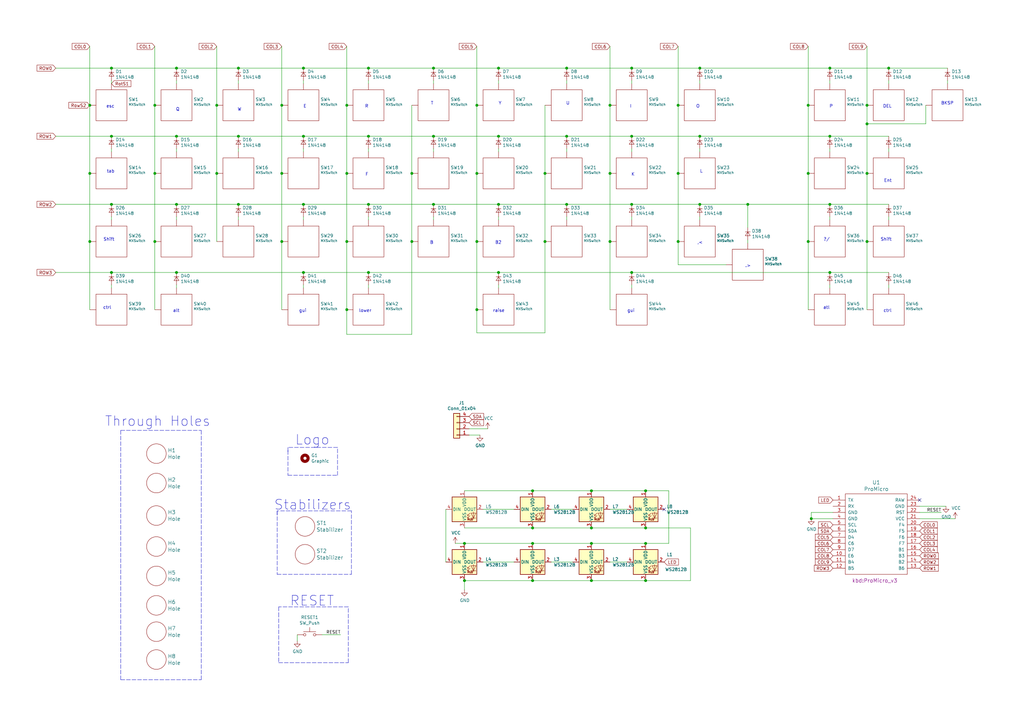
<source format=kicad_sch>
(kicad_sch (version 20210126) (generator eeschema)
  (paper "A3")
  (junction (at 36.83 43.18) (diameter 1.016))
  (junction (at 36.83 71.12) (diameter 1.016))
  (junction (at 36.83 99.06) (diameter 1.016))
  (junction (at 45.72 27.94) (diameter 1.016))
  (junction (at 45.72 55.88) (diameter 1.016))
  (junction (at 45.72 83.82) (diameter 1.016))
  (junction (at 45.72 111.76) (diameter 1.016))
  (junction (at 63.5 43.18) (diameter 1.016))
  (junction (at 63.5 71.12) (diameter 1.016))
  (junction (at 63.5 99.06) (diameter 1.016))
  (junction (at 72.39 27.94) (diameter 1.016))
  (junction (at 72.39 55.88) (diameter 1.016))
  (junction (at 72.39 83.82) (diameter 1.016))
  (junction (at 72.39 111.76) (diameter 1.016))
  (junction (at 88.9 43.18) (diameter 1.016))
  (junction (at 88.9 71.12) (diameter 1.016))
  (junction (at 97.79 27.94) (diameter 1.016))
  (junction (at 97.79 55.88) (diameter 1.016))
  (junction (at 97.79 83.82) (diameter 1.016))
  (junction (at 115.57 43.18) (diameter 1.016))
  (junction (at 115.57 71.12) (diameter 1.016))
  (junction (at 115.57 99.06) (diameter 1.016))
  (junction (at 124.46 27.94) (diameter 1.016))
  (junction (at 124.46 55.88) (diameter 1.016))
  (junction (at 124.46 83.82) (diameter 1.016))
  (junction (at 124.46 111.76) (diameter 1.016))
  (junction (at 142.24 43.18) (diameter 1.016))
  (junction (at 142.24 71.12) (diameter 1.016))
  (junction (at 142.24 99.06) (diameter 1.016))
  (junction (at 142.24 127) (diameter 1.016))
  (junction (at 151.13 27.94) (diameter 1.016))
  (junction (at 151.13 55.88) (diameter 1.016))
  (junction (at 151.13 83.82) (diameter 1.016))
  (junction (at 151.13 111.76) (diameter 1.016))
  (junction (at 168.91 71.12) (diameter 1.016))
  (junction (at 168.91 99.06) (diameter 1.016))
  (junction (at 177.8 27.94) (diameter 1.016))
  (junction (at 177.8 55.88) (diameter 1.016))
  (junction (at 177.8 83.82) (diameter 1.016))
  (junction (at 190.5 222.885) (diameter 1.016))
  (junction (at 190.5 238.125) (diameter 1.016))
  (junction (at 195.58 43.18) (diameter 1.016))
  (junction (at 195.58 71.12) (diameter 1.016))
  (junction (at 195.58 99.06) (diameter 1.016))
  (junction (at 195.58 127) (diameter 1.016))
  (junction (at 204.47 27.94) (diameter 1.016))
  (junction (at 204.47 55.88) (diameter 1.016))
  (junction (at 204.47 83.82) (diameter 1.016))
  (junction (at 204.47 111.76) (diameter 1.016))
  (junction (at 218.44 201.295) (diameter 1.016))
  (junction (at 218.44 216.535) (diameter 1.016))
  (junction (at 218.44 222.885) (diameter 1.016))
  (junction (at 218.44 238.125) (diameter 1.016))
  (junction (at 223.52 71.12) (diameter 1.016))
  (junction (at 223.52 99.06) (diameter 1.016))
  (junction (at 232.41 27.94) (diameter 1.016))
  (junction (at 232.41 55.88) (diameter 1.016))
  (junction (at 232.41 83.82) (diameter 1.016))
  (junction (at 242.57 201.295) (diameter 1.016))
  (junction (at 242.57 216.535) (diameter 1.016))
  (junction (at 242.57 222.885) (diameter 1.016))
  (junction (at 242.57 238.125) (diameter 1.016))
  (junction (at 250.19 43.18) (diameter 1.016))
  (junction (at 250.19 71.12) (diameter 1.016))
  (junction (at 250.19 99.06) (diameter 1.016))
  (junction (at 259.08 27.94) (diameter 1.016))
  (junction (at 259.08 55.88) (diameter 1.016))
  (junction (at 259.08 83.82) (diameter 1.016))
  (junction (at 259.08 111.76) (diameter 1.016))
  (junction (at 264.795 201.295) (diameter 1.016))
  (junction (at 264.795 216.535) (diameter 1.016))
  (junction (at 264.795 222.885) (diameter 1.016))
  (junction (at 264.795 238.125) (diameter 1.016))
  (junction (at 278.13 43.18) (diameter 1.016))
  (junction (at 278.13 71.12) (diameter 1.016))
  (junction (at 278.13 99.06) (diameter 1.016))
  (junction (at 287.02 27.94) (diameter 1.016))
  (junction (at 287.02 55.88) (diameter 1.016))
  (junction (at 287.02 83.82) (diameter 1.016))
  (junction (at 306.705 83.82) (diameter 1.016))
  (junction (at 331.47 43.18) (diameter 1.016))
  (junction (at 331.47 71.12) (diameter 1.016))
  (junction (at 331.47 99.06) (diameter 1.016))
  (junction (at 332.74 212.725) (diameter 1.016))
  (junction (at 340.36 27.94) (diameter 1.016))
  (junction (at 340.36 55.88) (diameter 1.016))
  (junction (at 340.36 83.82) (diameter 1.016))
  (junction (at 340.36 111.76) (diameter 1.016))
  (junction (at 355.6 43.18) (diameter 1.016))
  (junction (at 355.6 50.8) (diameter 1.016))
  (junction (at 355.6 71.12) (diameter 1.016))
  (junction (at 355.6 99.06) (diameter 1.016))
  (junction (at 364.49 27.94) (diameter 1.016))
  (no_connect (at 272.415 208.915))
  (no_connect (at 377.19 205.105))
  (wire (pts (xy 22.86 27.94) (xy 45.72 27.94)))
  (wire (pts (xy 22.86 55.88) (xy 45.72 55.88)))
  (wire (pts (xy 22.86 83.82) (xy 45.72 83.82)))
  (wire (pts (xy 22.86 111.76) (xy 45.72 111.76)))
  (wire (pts (xy 36.83 19.05) (xy 36.83 43.18)))
  (wire (pts (xy 36.83 43.18) (xy 36.83 71.12)))
  (wire (pts (xy 36.83 71.12) (xy 36.83 99.06)))
  (wire (pts (xy 36.83 99.06) (xy 36.83 127)))
  (wire (pts (xy 45.72 27.94) (xy 72.39 27.94)))
  (wire (pts (xy 45.72 33.02) (xy 45.72 34.29)))
  (wire (pts (xy 45.72 55.88) (xy 72.39 55.88)))
  (wire (pts (xy 45.72 60.96) (xy 45.72 62.23)))
  (wire (pts (xy 45.72 83.82) (xy 72.39 83.82)))
  (wire (pts (xy 45.72 88.9) (xy 45.72 90.17)))
  (wire (pts (xy 45.72 111.76) (xy 72.39 111.76)))
  (wire (pts (xy 45.72 116.84) (xy 45.72 118.11)))
  (wire (pts (xy 63.5 19.05) (xy 63.5 43.18)))
  (wire (pts (xy 63.5 43.18) (xy 63.5 71.12)))
  (wire (pts (xy 63.5 71.12) (xy 63.5 99.06)))
  (wire (pts (xy 63.5 99.06) (xy 63.5 127)))
  (wire (pts (xy 72.39 27.94) (xy 97.79 27.94)))
  (wire (pts (xy 72.39 33.02) (xy 72.39 34.29)))
  (wire (pts (xy 72.39 55.88) (xy 97.79 55.88)))
  (wire (pts (xy 72.39 60.96) (xy 72.39 62.23)))
  (wire (pts (xy 72.39 83.82) (xy 97.79 83.82)))
  (wire (pts (xy 72.39 88.9) (xy 72.39 90.17)))
  (wire (pts (xy 72.39 111.76) (xy 124.46 111.76)))
  (wire (pts (xy 72.39 116.84) (xy 72.39 118.11)))
  (wire (pts (xy 88.9 19.05) (xy 88.9 43.18)))
  (wire (pts (xy 88.9 43.18) (xy 88.9 71.12)))
  (wire (pts (xy 88.9 71.12) (xy 88.9 99.06)))
  (wire (pts (xy 97.79 27.94) (xy 124.46 27.94)))
  (wire (pts (xy 97.79 33.02) (xy 97.79 34.29)))
  (wire (pts (xy 97.79 55.88) (xy 124.46 55.88)))
  (wire (pts (xy 97.79 60.96) (xy 97.79 62.23)))
  (wire (pts (xy 97.79 83.82) (xy 124.46 83.82)))
  (wire (pts (xy 97.79 88.9) (xy 97.79 90.17)))
  (wire (pts (xy 115.57 19.05) (xy 115.57 43.18)))
  (wire (pts (xy 115.57 43.18) (xy 115.57 71.12)))
  (wire (pts (xy 115.57 71.12) (xy 115.57 99.06)))
  (wire (pts (xy 115.57 99.06) (xy 115.57 127)))
  (wire (pts (xy 121.92 260.35) (xy 121.92 262.89)))
  (wire (pts (xy 124.46 27.94) (xy 151.13 27.94)))
  (wire (pts (xy 124.46 33.02) (xy 124.46 34.29)))
  (wire (pts (xy 124.46 55.88) (xy 151.13 55.88)))
  (wire (pts (xy 124.46 60.96) (xy 124.46 62.23)))
  (wire (pts (xy 124.46 83.82) (xy 151.13 83.82)))
  (wire (pts (xy 124.46 88.9) (xy 124.46 90.17)))
  (wire (pts (xy 124.46 111.76) (xy 151.13 111.76)))
  (wire (pts (xy 124.46 116.84) (xy 124.46 118.11)))
  (wire (pts (xy 132.08 260.35) (xy 139.7 260.35)))
  (wire (pts (xy 142.24 19.05) (xy 142.24 43.18)))
  (wire (pts (xy 142.24 43.18) (xy 142.24 71.12)))
  (wire (pts (xy 142.24 71.12) (xy 142.24 99.06)))
  (wire (pts (xy 142.24 99.06) (xy 142.24 127)))
  (wire (pts (xy 142.24 137.16) (xy 142.24 127)))
  (wire (pts (xy 151.13 27.94) (xy 177.8 27.94)))
  (wire (pts (xy 151.13 33.02) (xy 151.13 34.29)))
  (wire (pts (xy 151.13 55.88) (xy 177.8 55.88)))
  (wire (pts (xy 151.13 60.96) (xy 151.13 62.23)))
  (wire (pts (xy 151.13 83.82) (xy 177.8 83.82)))
  (wire (pts (xy 151.13 88.9) (xy 151.13 90.17)))
  (wire (pts (xy 151.13 111.76) (xy 204.47 111.76)))
  (wire (pts (xy 151.13 116.84) (xy 151.13 118.11)))
  (wire (pts (xy 168.91 43.18) (xy 168.91 71.12)))
  (wire (pts (xy 168.91 71.12) (xy 168.91 99.06)))
  (wire (pts (xy 168.91 99.06) (xy 168.91 137.16)))
  (wire (pts (xy 168.91 137.16) (xy 142.24 137.16)))
  (wire (pts (xy 177.8 27.94) (xy 204.47 27.94)))
  (wire (pts (xy 177.8 33.02) (xy 177.8 34.29)))
  (wire (pts (xy 177.8 55.88) (xy 204.47 55.88)))
  (wire (pts (xy 177.8 60.96) (xy 177.8 62.23)))
  (wire (pts (xy 177.8 83.82) (xy 204.47 83.82)))
  (wire (pts (xy 177.8 88.9) (xy 177.8 90.17)))
  (wire (pts (xy 182.88 208.915) (xy 182.88 230.505)))
  (wire (pts (xy 186.69 222.885) (xy 190.5 222.885)))
  (wire (pts (xy 190.5 201.295) (xy 218.44 201.295)))
  (wire (pts (xy 190.5 216.535) (xy 218.44 216.535)))
  (wire (pts (xy 190.5 238.125) (xy 218.44 238.125)))
  (wire (pts (xy 190.5 241.935) (xy 190.5 238.125)))
  (wire (pts (xy 192.405 175.895) (xy 200.025 175.895)))
  (wire (pts (xy 192.405 178.435) (xy 196.85 178.435)))
  (wire (pts (xy 195.58 43.18) (xy 195.58 19.05)))
  (wire (pts (xy 195.58 43.18) (xy 195.58 71.12)))
  (wire (pts (xy 195.58 71.12) (xy 195.58 99.06)))
  (wire (pts (xy 195.58 99.06) (xy 195.58 127)))
  (wire (pts (xy 195.58 136.525) (xy 195.58 127)))
  (wire (pts (xy 198.12 208.915) (xy 210.82 208.915)))
  (wire (pts (xy 198.12 230.505) (xy 210.82 230.505)))
  (wire (pts (xy 204.47 27.94) (xy 232.41 27.94)))
  (wire (pts (xy 204.47 33.02) (xy 204.47 34.29)))
  (wire (pts (xy 204.47 55.88) (xy 232.41 55.88)))
  (wire (pts (xy 204.47 60.96) (xy 204.47 62.23)))
  (wire (pts (xy 204.47 83.82) (xy 232.41 83.82)))
  (wire (pts (xy 204.47 88.9) (xy 204.47 90.17)))
  (wire (pts (xy 204.47 111.76) (xy 259.08 111.76)))
  (wire (pts (xy 204.47 116.84) (xy 204.47 118.11)))
  (wire (pts (xy 218.44 201.295) (xy 242.57 201.295)))
  (wire (pts (xy 218.44 216.535) (xy 242.57 216.535)))
  (wire (pts (xy 218.44 222.885) (xy 190.5 222.885)))
  (wire (pts (xy 223.52 43.18) (xy 223.52 71.12)))
  (wire (pts (xy 223.52 71.12) (xy 223.52 99.06)))
  (wire (pts (xy 223.52 99.06) (xy 223.52 136.525)))
  (wire (pts (xy 223.52 136.525) (xy 195.58 136.525)))
  (wire (pts (xy 226.06 208.915) (xy 234.95 208.915)))
  (wire (pts (xy 226.06 230.505) (xy 234.95 230.505)))
  (wire (pts (xy 232.41 27.94) (xy 259.08 27.94)))
  (wire (pts (xy 232.41 33.02) (xy 232.41 34.29)))
  (wire (pts (xy 232.41 55.88) (xy 259.08 55.88)))
  (wire (pts (xy 232.41 60.96) (xy 232.41 62.23)))
  (wire (pts (xy 232.41 83.82) (xy 259.08 83.82)))
  (wire (pts (xy 232.41 88.9) (xy 232.41 90.17)))
  (wire (pts (xy 242.57 201.295) (xy 264.795 201.295)))
  (wire (pts (xy 242.57 216.535) (xy 264.795 216.535)))
  (wire (pts (xy 242.57 222.885) (xy 218.44 222.885)))
  (wire (pts (xy 242.57 238.125) (xy 218.44 238.125)))
  (wire (pts (xy 250.19 19.05) (xy 250.19 43.18)))
  (wire (pts (xy 250.19 43.18) (xy 250.19 71.12)))
  (wire (pts (xy 250.19 71.12) (xy 250.19 99.06)))
  (wire (pts (xy 250.19 99.06) (xy 250.19 127)))
  (wire (pts (xy 250.19 208.915) (xy 257.175 208.915)))
  (wire (pts (xy 250.19 230.505) (xy 257.175 230.505)))
  (wire (pts (xy 259.08 27.94) (xy 287.02 27.94)))
  (wire (pts (xy 259.08 33.02) (xy 259.08 34.29)))
  (wire (pts (xy 259.08 55.88) (xy 287.02 55.88)))
  (wire (pts (xy 259.08 60.96) (xy 259.08 62.23)))
  (wire (pts (xy 259.08 83.82) (xy 287.02 83.82)))
  (wire (pts (xy 259.08 88.9) (xy 259.08 90.17)))
  (wire (pts (xy 259.08 111.76) (xy 340.36 111.76)))
  (wire (pts (xy 259.08 116.84) (xy 259.08 118.11)))
  (wire (pts (xy 264.795 201.295) (xy 274.32 201.295)))
  (wire (pts (xy 264.795 216.535) (xy 283.21 216.535)))
  (wire (pts (xy 264.795 222.885) (xy 242.57 222.885)))
  (wire (pts (xy 264.795 238.125) (xy 242.57 238.125)))
  (wire (pts (xy 274.32 201.295) (xy 274.32 222.885)))
  (wire (pts (xy 274.32 222.885) (xy 264.795 222.885)))
  (wire (pts (xy 278.13 19.05) (xy 278.13 43.18)))
  (wire (pts (xy 278.13 43.18) (xy 278.13 71.12)))
  (wire (pts (xy 278.13 71.12) (xy 278.13 99.06)))
  (wire (pts (xy 278.13 99.06) (xy 278.13 108.585)))
  (wire (pts (xy 278.13 108.585) (xy 297.815 108.585)))
  (wire (pts (xy 283.21 216.535) (xy 283.21 238.125)))
  (wire (pts (xy 283.21 238.125) (xy 264.795 238.125)))
  (wire (pts (xy 287.02 27.94) (xy 340.36 27.94)))
  (wire (pts (xy 287.02 33.02) (xy 287.02 34.29)))
  (wire (pts (xy 287.02 55.88) (xy 340.36 55.88)))
  (wire (pts (xy 287.02 60.96) (xy 287.02 62.23)))
  (wire (pts (xy 287.02 83.82) (xy 306.705 83.82)))
  (wire (pts (xy 287.02 88.9) (xy 287.02 90.17)))
  (wire (pts (xy 306.705 83.82) (xy 306.705 93.345)))
  (wire (pts (xy 306.705 83.82) (xy 340.36 83.82)))
  (wire (pts (xy 306.705 98.425) (xy 306.705 99.695)))
  (wire (pts (xy 331.47 19.05) (xy 331.47 43.18)))
  (wire (pts (xy 331.47 43.18) (xy 331.47 71.12)))
  (wire (pts (xy 331.47 71.12) (xy 331.47 99.06)))
  (wire (pts (xy 331.47 99.06) (xy 331.47 127)))
  (wire (pts (xy 332.74 210.185) (xy 332.74 212.725)))
  (wire (pts (xy 332.74 212.725) (xy 341.63 212.725)))
  (wire (pts (xy 340.36 27.94) (xy 364.49 27.94)))
  (wire (pts (xy 340.36 33.02) (xy 340.36 34.29)))
  (wire (pts (xy 340.36 55.88) (xy 364.49 55.88)))
  (wire (pts (xy 340.36 60.96) (xy 340.36 62.23)))
  (wire (pts (xy 340.36 83.82) (xy 364.49 83.82)))
  (wire (pts (xy 340.36 88.9) (xy 340.36 90.17)))
  (wire (pts (xy 340.36 111.76) (xy 364.49 111.76)))
  (wire (pts (xy 340.36 116.84) (xy 340.36 118.11)))
  (wire (pts (xy 341.63 210.185) (xy 332.74 210.185)))
  (wire (pts (xy 355.6 19.05) (xy 355.6 43.18)))
  (wire (pts (xy 355.6 43.18) (xy 355.6 50.8)))
  (wire (pts (xy 355.6 50.8) (xy 355.6 71.12)))
  (wire (pts (xy 355.6 71.12) (xy 355.6 99.06)))
  (wire (pts (xy 355.6 99.06) (xy 355.6 127)))
  (wire (pts (xy 364.49 27.94) (xy 388.62 27.94)))
  (wire (pts (xy 364.49 33.02) (xy 364.49 34.29)))
  (wire (pts (xy 364.49 60.96) (xy 364.49 62.23)))
  (wire (pts (xy 364.49 88.9) (xy 364.49 90.17)))
  (wire (pts (xy 364.49 116.84) (xy 364.49 118.11)))
  (wire (pts (xy 377.19 207.645) (xy 387.985 207.645)))
  (wire (pts (xy 377.19 210.185) (xy 386.08 210.185)))
  (wire (pts (xy 377.19 212.725) (xy 391.795 212.725)))
  (wire (pts (xy 379.73 43.18) (xy 379.73 50.8)))
  (wire (pts (xy 379.73 50.8) (xy 355.6 50.8)))
  (wire (pts (xy 388.62 33.02) (xy 388.62 34.29)))
  (polyline (pts (xy 49.53 176.53) (xy 49.53 278.765)) (stroke (width 0) (type dash)))
  (polyline (pts (xy 49.53 176.53) (xy 82.55 176.53)) (stroke (width 0) (type dash)))
  (polyline (pts (xy 49.53 278.765) (xy 82.55 278.765)) (stroke (width 0) (type dash)))
  (polyline (pts (xy 82.55 278.765) (xy 82.55 176.53)) (stroke (width 0) (type dash)))
  (polyline (pts (xy 113.665 209.55) (xy 113.665 211.455)) (stroke (width 0) (type dash)))
  (polyline (pts (xy 113.665 209.55) (xy 113.665 235.585)) (stroke (width 0) (type dash)))
  (polyline (pts (xy 113.665 235.585) (xy 144.145 235.585)) (stroke (width 0) (type dash)))
  (polyline (pts (xy 114.3 248.92) (xy 114.3 251.46)) (stroke (width 0) (type dash)))
  (polyline (pts (xy 114.3 251.46) (xy 114.3 271.78)) (stroke (width 0) (type dash)))
  (polyline (pts (xy 114.3 271.78) (xy 142.875 271.78)) (stroke (width 0) (type dash)))
  (polyline (pts (xy 118.11 183.515) (xy 118.11 185.42)) (stroke (width 0) (type dash)))
  (polyline (pts (xy 118.11 184.785) (xy 118.11 194.945)) (stroke (width 0) (type dash)))
  (polyline (pts (xy 118.11 194.945) (xy 138.43 194.945)) (stroke (width 0) (type dash)))
  (polyline (pts (xy 138.43 183.515) (xy 118.11 183.515)) (stroke (width 0) (type dash)))
  (polyline (pts (xy 138.43 194.945) (xy 138.43 183.515)) (stroke (width 0) (type dash)))
  (polyline (pts (xy 142.875 248.92) (xy 114.3 248.92)) (stroke (width 0) (type dash)))
  (polyline (pts (xy 142.875 271.78) (xy 142.875 248.92)) (stroke (width 0) (type dash)))
  (polyline (pts (xy 144.145 209.55) (xy 113.665 209.55)) (stroke (width 0) (type dash)))
  (polyline (pts (xy 144.145 235.585) (xy 144.145 209.55)) (stroke (width 0) (type dash)))
  (text "ctrl" (at 45.72 127 180) (effects (font (size 1.27 1.27)) (justify right bottom)))
  (text "esc\n" (at 46.99 44.45 180) (effects (font (size 1.27 1.27)) (justify right bottom)))
  (text "tab\n" (at 46.99 71.12 180) (effects (font (size 1.27 1.27)) (justify right bottom)))
  (text "Shift" (at 46.99 99.06 180) (effects (font (size 1.27 1.27)) (justify right bottom)))
  (text "Q\n" (at 73.66 45.72 180) (effects (font (size 1.27 1.27)) (justify right bottom)))
  (text "alt" (at 73.66 128.27 180) (effects (font (size 1.27 1.27)) (justify right bottom)))
  (text "Through Holes" (at 86.36 175.26 180) (effects (font (size 4 4)) (justify right bottom)))
  (text "W" (at 99.06 45.72 180) (effects (font (size 1.27 1.27)) (justify right bottom)))
  (text "E" (at 125.73 44.45 180) (effects (font (size 1.27 1.27)) (justify right bottom)))
  (text "gui" (at 125.73 128.27 180) (effects (font (size 1.27 1.27)) (justify right bottom)))
  (text "Logo" (at 135.255 182.88 180) (effects (font (size 4 4)) (justify right bottom)))
  (text "RESET\n" (at 137.16 248.92 180) (effects (font (size 4 4)) (justify right bottom)))
  (text "Stabilizers\n" (at 144.145 209.55 180) (effects (font (size 4 4)) (justify right bottom)))
  (text "R\n" (at 151.13 44.45 180) (effects (font (size 1.27 1.27)) (justify right bottom)))
  (text "F" (at 151.13 72.39 180) (effects (font (size 1.27 1.27)) (justify right bottom)))
  (text "lower" (at 152.4 128.27 180) (effects (font (size 1.27 1.27)) (justify right bottom)))
  (text "T" (at 177.8 43.18 180) (effects (font (size 1.27 1.27)) (justify right bottom)))
  (text "B" (at 177.8 100.33 180) (effects (font (size 1.27 1.27)) (justify right bottom)))
  (text "Y\n" (at 205.74 43.18 180) (effects (font (size 1.27 1.27)) (justify right bottom)))
  (text "B2" (at 205.74 100.33 180) (effects (font (size 1.27 1.27)) (justify right bottom)))
  (text "raise" (at 207.01 128.27 180) (effects (font (size 1.27 1.27)) (justify right bottom)))
  (text "U" (at 233.68 43.18 180) (effects (font (size 1.27 1.27)) (justify right bottom)))
  (text "I" (at 259.08 44.45 180) (effects (font (size 1.27 1.27)) (justify right bottom)))
  (text "K" (at 260.35 72.39 180) (effects (font (size 1.27 1.27)) (justify right bottom)))
  (text "gui" (at 260.35 128.27 180) (effects (font (size 1.27 1.27)) (justify right bottom)))
  (text "O" (at 287.02 44.45 180) (effects (font (size 1.27 1.27)) (justify right bottom)))
  (text "L" (at 288.29 71.12 180) (effects (font (size 1.27 1.27)) (justify right bottom)))
  (text ",<" (at 288.29 100.33 180) (effects (font (size 1.27 1.27)) (justify right bottom)))
  (text ".>" (at 307.975 109.855 180) (effects (font (size 1.27 1.27)) (justify right bottom)))
  (text "?/" (at 340.36 99.06 180) (effects (font (size 1.27 1.27)) (justify right bottom)))
  (text "atl" (at 340.36 127 180) (effects (font (size 1.27 1.27)) (justify right bottom)))
  (text "P" (at 341.63 44.45 180) (effects (font (size 1.27 1.27)) (justify right bottom)))
  (text "DEL" (at 365.76 44.45 180) (effects (font (size 1.27 1.27)) (justify right bottom)))
  (text "Ent" (at 365.76 74.93 180) (effects (font (size 1.27 1.27)) (justify right bottom)))
  (text "Shift\n" (at 365.76 99.06 180) (effects (font (size 1.27 1.27)) (justify right bottom)))
  (text "ctrl" (at 365.76 128.27 180) (effects (font (size 1.27 1.27)) (justify right bottom)))
  (text "BKSP\n" (at 391.16 43.18 180) (effects (font (size 1.27 1.27)) (justify right bottom)))
  (label "RESET" (at 139.7 260.35 180))
  (label "RESET" (at 386.08 210.185 180))
  (global_label "ROW0" (shape input) (at 22.86 27.94 180) (property "Intersheet References" "${INTERSHEET_REFS}" (effects hide)))
  (global_label "ROW1" (shape input) (at 22.86 55.88 180) (property "Intersheet References" "${INTERSHEET_REFS}" (effects hide)))
  (global_label "ROW2" (shape input) (at 22.86 83.82 180) (property "Intersheet References" "${INTERSHEET_REFS}" (effects hide)))
  (global_label "ROW3" (shape input) (at 22.86 111.76 180) (property "Intersheet References" "${INTERSHEET_REFS}" (effects hide)))
  (global_label "COL0" (shape input) (at 36.83 19.05 180) (property "Intersheet References" "${INTERSHEET_REFS}" (effects hide)))
  (global_label "RowS2" (shape input) (at 36.83 43.18 180) (property "Intersheet References" "${INTERSHEET_REFS}" (effects hide)))
  (global_label "RotS1" (shape input) (at 45.72 34.29 0) (property "Intersheet References" "${INTERSHEET_REFS}" (effects hide)))
  (global_label "COL1" (shape input) (at 63.5 19.05 180) (property "Intersheet References" "${INTERSHEET_REFS}" (effects hide)))
  (global_label "COL2" (shape input) (at 88.9 19.05 180) (property "Intersheet References" "${INTERSHEET_REFS}" (effects hide)))
  (global_label "COL3" (shape input) (at 115.57 19.05 180) (property "Intersheet References" "${INTERSHEET_REFS}" (effects hide)))
  (global_label "COL4" (shape input) (at 142.24 19.05 180) (property "Intersheet References" "${INTERSHEET_REFS}" (effects hide)))
  (global_label "SDA" (shape input) (at 192.405 170.815 0) (property "Intersheet References" "${INTERSHEET_REFS}" (effects hide)))
  (global_label "SCL" (shape input) (at 192.405 173.355 0) (property "Intersheet References" "${INTERSHEET_REFS}" (effects hide)))
  (global_label "COL5" (shape input) (at 195.58 19.05 180) (property "Intersheet References" "${INTERSHEET_REFS}" (effects hide)))
  (global_label "COL6" (shape input) (at 250.19 19.05 180) (property "Intersheet References" "${INTERSHEET_REFS}" (effects hide)))
  (global_label "LED" (shape input) (at 272.415 230.505 0) (property "Intersheet References" "${INTERSHEET_REFS}" (effects hide)))
  (global_label "COL7" (shape input) (at 278.13 19.05 180) (property "Intersheet References" "${INTERSHEET_REFS}" (effects hide)))
  (global_label "COL8" (shape input) (at 331.47 19.05 180) (property "Intersheet References" "${INTERSHEET_REFS}" (effects hide)))
  (global_label "LED" (shape input) (at 341.63 205.105 180) (property "Intersheet References" "${INTERSHEET_REFS}" (effects hide)))
  (global_label "SCL" (shape input) (at 341.63 215.265 180) (property "Intersheet References" "${INTERSHEET_REFS}" (effects hide)))
  (global_label "SDA" (shape input) (at 341.63 217.805 180) (property "Intersheet References" "${INTERSHEET_REFS}" (effects hide)))
  (global_label "COL5" (shape input) (at 341.63 220.345 180) (property "Intersheet References" "${INTERSHEET_REFS}" (effects hide)))
  (global_label "COL6" (shape input) (at 341.63 222.885 180) (property "Intersheet References" "${INTERSHEET_REFS}" (effects hide)))
  (global_label "COL7" (shape input) (at 341.63 225.425 180) (property "Intersheet References" "${INTERSHEET_REFS}" (effects hide)))
  (global_label "COL8" (shape input) (at 341.63 227.965 180) (property "Intersheet References" "${INTERSHEET_REFS}" (effects hide)))
  (global_label "COL9" (shape input) (at 341.63 230.505 180) (property "Intersheet References" "${INTERSHEET_REFS}" (effects hide)))
  (global_label "ROW3" (shape input) (at 341.63 233.045 180) (property "Intersheet References" "${INTERSHEET_REFS}" (effects hide)))
  (global_label "COL9" (shape input) (at 355.6 19.05 180) (property "Intersheet References" "${INTERSHEET_REFS}" (effects hide)))
  (global_label "COL0" (shape input) (at 377.19 215.265 0) (property "Intersheet References" "${INTERSHEET_REFS}" (effects hide)))
  (global_label "COL1" (shape input) (at 377.19 217.805 0) (property "Intersheet References" "${INTERSHEET_REFS}" (effects hide)))
  (global_label "COL2" (shape input) (at 377.19 220.345 0) (property "Intersheet References" "${INTERSHEET_REFS}" (effects hide)))
  (global_label "COL3" (shape input) (at 377.19 222.885 0) (property "Intersheet References" "${INTERSHEET_REFS}" (effects hide)))
  (global_label "COL4" (shape input) (at 377.19 225.425 0) (property "Intersheet References" "${INTERSHEET_REFS}" (effects hide)))
  (global_label "ROW0" (shape input) (at 377.19 227.965 0) (property "Intersheet References" "${INTERSHEET_REFS}" (effects hide)))
  (global_label "ROW2" (shape input) (at 377.19 230.505 0) (property "Intersheet References" "${INTERSHEET_REFS}" (effects hide)))
  (global_label "ROW1" (shape input) (at 377.19 233.045 0) (property "Intersheet References" "${INTERSHEET_REFS}" (effects hide)))
  (symbol (lib_id "power:VCC") (at 186.69 222.885 0) (unit 1)
    (property "Reference" "#PWR0104" (effects hide))
    (property "Value" "VCC" (at 187.0583 218.5606 0))
  )
  (symbol (lib_id "power:VCC") (at 200.025 175.895 0) (unit 1)
    (property "Reference" "#PWR0106" (effects hide))
    (property "Value" "VCC" (at 200.3933 171.5706 0))
  )
  (symbol (lib_id "power:VCC") (at 391.795 212.725 0) (unit 1)
    (property "Reference" "#PWR0108" (effects hide))
    (property "Value" "VCC" (at 392.1633 208.4006 0))
  )
  (symbol (lib_id "power:GND") (at 121.92 262.89 0) (unit 1)
    (property "Reference" "#PWR0102" (effects hide))
    (property "Value" "GND" (at 122.0343 267.2144 0))
  )
  (symbol (lib_id "power:GND") (at 190.5 241.935 0) (unit 1)
    (property "Reference" "#PWR0105" (effects hide))
    (property "Value" "GND" (at 190.6143 246.2594 0))
  )
  (symbol (lib_id "power:GND") (at 196.85 178.435 0) (unit 1)
    (property "Reference" "#PWR0107" (effects hide))
    (property "Value" "GND" (at 196.9643 182.7594 0))
  )
  (symbol (lib_id "power:GND") (at 332.74 212.725 0) (unit 1)
    (property "Reference" "#PWR0101" (effects hide))
    (property "Value" "GND" (at 332.8543 217.0494 0))
  )
  (symbol (lib_id "power:GND") (at 387.985 207.645 0) (unit 1)
    (property "Reference" "#PWR0103" (effects hide))
    (property "Value" "GND" (at 388.0993 211.9694 0))
  )
  (symbol (lib_id "Device:D_Small") (at 45.72 30.48 270) (unit 1)
    (property "Reference" "D1" (at 47.3711 29.3306 90) (effects (justify left)))
    (property "Value" "1N4148" (at 47.3711 31.6293 90) (effects (justify left)))
    (property "Footprint" "Diode_SMD:D_SOD-123F" (effects hide))
  )
  (symbol (lib_id "Device:D_Small") (at 45.72 58.42 270) (unit 1)
    (property "Reference" "D14" (at 47.3711 57.2706 90) (effects (justify left)))
    (property "Value" "1N4148" (at 47.3711 59.5693 90) (effects (justify left)))
    (property "Footprint" "Diode_SMD:D_SOD-123F" (effects hide))
  )
  (symbol (lib_id "Device:D_Small") (at 45.72 86.36 270) (unit 1)
    (property "Reference" "D26" (at 47.3711 85.2106 90) (effects (justify left)))
    (property "Value" "1N4148" (at 47.3711 87.5093 90) (effects (justify left)))
    (property "Footprint" "Diode_SMD:D_SOD-123F" (effects hide))
  )
  (symbol (lib_id "Device:D_Small") (at 45.72 114.3 270) (unit 1)
    (property "Reference" "D39" (at 47.3711 113.1506 90) (effects (justify left)))
    (property "Value" "1N4148" (at 47.3711 115.4493 90) (effects (justify left)))
    (property "Footprint" "Diode_SMD:D_SOD-123F" (effects hide))
  )
  (symbol (lib_id "Device:D_Small") (at 72.39 30.48 270) (unit 1)
    (property "Reference" "D2" (at 74.0411 29.3306 90) (effects (justify left)))
    (property "Value" "1N4148" (at 74.0411 31.6293 90) (effects (justify left)))
    (property "Footprint" "Diode_SMD:D_SOD-123F" (effects hide))
  )
  (symbol (lib_id "Device:D_Small") (at 72.39 58.42 270) (unit 1)
    (property "Reference" "D15" (at 74.0411 57.2706 90) (effects (justify left)))
    (property "Value" "1N4148" (at 74.0411 59.5693 90) (effects (justify left)))
    (property "Footprint" "Diode_SMD:D_SOD-123F" (effects hide))
  )
  (symbol (lib_id "Device:D_Small") (at 72.39 86.36 270) (unit 1)
    (property "Reference" "D27" (at 74.0411 85.2106 90) (effects (justify left)))
    (property "Value" "1N4148" (at 74.0411 87.5093 90) (effects (justify left)))
    (property "Footprint" "Diode_SMD:D_SOD-123F" (effects hide))
  )
  (symbol (lib_id "Device:D_Small") (at 72.39 114.3 270) (unit 1)
    (property "Reference" "D40" (at 74.0411 113.1506 90) (effects (justify left)))
    (property "Value" "1N4148" (at 74.0411 115.4493 90) (effects (justify left)))
    (property "Footprint" "Diode_SMD:D_SOD-123F" (effects hide))
  )
  (symbol (lib_id "Device:D_Small") (at 97.79 30.48 270) (unit 1)
    (property "Reference" "D3" (at 99.4411 29.3306 90) (effects (justify left)))
    (property "Value" "1N4148" (at 99.4411 31.6293 90) (effects (justify left)))
    (property "Footprint" "Diode_SMD:D_SOD-123F" (effects hide))
  )
  (symbol (lib_id "Device:D_Small") (at 97.79 58.42 270) (unit 1)
    (property "Reference" "D16" (at 99.4411 57.2706 90) (effects (justify left)))
    (property "Value" "1N4148" (at 99.4411 59.5693 90) (effects (justify left)))
    (property "Footprint" "Diode_SMD:D_SOD-123F" (effects hide))
  )
  (symbol (lib_id "Device:D_Small") (at 97.79 86.36 270) (unit 1)
    (property "Reference" "D28" (at 99.4411 85.2106 90) (effects (justify left)))
    (property "Value" "1N4148" (at 99.4411 87.5093 90) (effects (justify left)))
    (property "Footprint" "Diode_SMD:D_SOD-123F" (effects hide))
  )
  (symbol (lib_id "Device:D_Small") (at 124.46 30.48 270) (unit 1)
    (property "Reference" "D4" (at 126.1111 29.3306 90) (effects (justify left)))
    (property "Value" "1N4148" (at 126.1111 31.6293 90) (effects (justify left)))
    (property "Footprint" "Diode_SMD:D_SOD-123F" (effects hide))
  )
  (symbol (lib_id "Device:D_Small") (at 124.46 58.42 270) (unit 1)
    (property "Reference" "D17" (at 126.1111 57.2706 90) (effects (justify left)))
    (property "Value" "1N4148" (at 126.1111 59.5693 90) (effects (justify left)))
    (property "Footprint" "Diode_SMD:D_SOD-123F" (effects hide))
  )
  (symbol (lib_id "Device:D_Small") (at 124.46 86.36 270) (unit 1)
    (property "Reference" "D29" (at 126.1111 85.2106 90) (effects (justify left)))
    (property "Value" "1N4148" (at 126.1111 87.5093 90) (effects (justify left)))
    (property "Footprint" "Diode_SMD:D_SOD-123F" (effects hide))
  )
  (symbol (lib_id "Device:D_Small") (at 124.46 114.3 270) (unit 1)
    (property "Reference" "D41" (at 126.1111 113.1506 90) (effects (justify left)))
    (property "Value" "1N4148" (at 126.1111 115.4493 90) (effects (justify left)))
    (property "Footprint" "Diode_SMD:D_SOD-123F" (effects hide))
  )
  (symbol (lib_id "Device:D_Small") (at 151.13 30.48 270) (unit 1)
    (property "Reference" "D5" (at 152.7811 29.3306 90) (effects (justify left)))
    (property "Value" "1N4148" (at 152.7811 31.6293 90) (effects (justify left)))
    (property "Footprint" "Diode_SMD:D_SOD-123F" (effects hide))
  )
  (symbol (lib_id "Device:D_Small") (at 151.13 58.42 270) (unit 1)
    (property "Reference" "D18" (at 152.7811 57.2706 90) (effects (justify left)))
    (property "Value" "1N4148" (at 152.7811 59.5693 90) (effects (justify left)))
    (property "Footprint" "Diode_SMD:D_SOD-123F" (effects hide))
  )
  (symbol (lib_id "Device:D_Small") (at 151.13 86.36 270) (unit 1)
    (property "Reference" "D30" (at 152.7811 85.2106 90) (effects (justify left)))
    (property "Value" "1N4148" (at 152.7811 87.5093 90) (effects (justify left)))
    (property "Footprint" "Diode_SMD:D_SOD-123F" (effects hide))
  )
  (symbol (lib_id "Device:D_Small") (at 151.13 114.3 270) (unit 1)
    (property "Reference" "D42" (at 152.7811 113.1506 90) (effects (justify left)))
    (property "Value" "1N4148" (at 152.7811 115.4493 90) (effects (justify left)))
    (property "Footprint" "Diode_SMD:D_SOD-123F" (effects hide))
  )
  (symbol (lib_id "Device:D_Small") (at 177.8 30.48 270) (unit 1)
    (property "Reference" "D6" (at 179.4511 29.3306 90) (effects (justify left)))
    (property "Value" "1N4148" (at 179.4511 31.6293 90) (effects (justify left)))
    (property "Footprint" "Diode_SMD:D_SOD-123F" (effects hide))
  )
  (symbol (lib_id "Device:D_Small") (at 177.8 58.42 270) (unit 1)
    (property "Reference" "D19" (at 179.4511 57.2706 90) (effects (justify left)))
    (property "Value" "1N4148" (at 179.4511 59.5693 90) (effects (justify left)))
    (property "Footprint" "Diode_SMD:D_SOD-123F" (effects hide))
  )
  (symbol (lib_id "Device:D_Small") (at 177.8 86.36 270) (unit 1)
    (property "Reference" "D31" (at 179.4511 85.2106 90) (effects (justify left)))
    (property "Value" "1N4148" (at 179.4511 87.5093 90) (effects (justify left)))
    (property "Footprint" "Diode_SMD:D_SOD-123F" (effects hide))
  )
  (symbol (lib_id "Device:D_Small") (at 204.47 30.48 270) (unit 1)
    (property "Reference" "D7" (at 206.1211 29.3306 90) (effects (justify left)))
    (property "Value" "1N4148" (at 206.1211 31.6293 90) (effects (justify left)))
    (property "Footprint" "Diode_SMD:D_SOD-123F" (effects hide))
  )
  (symbol (lib_id "Device:D_Small") (at 204.47 58.42 270) (unit 1)
    (property "Reference" "D20" (at 206.1211 57.2706 90) (effects (justify left)))
    (property "Value" "1N4148" (at 206.1211 59.5693 90) (effects (justify left)))
    (property "Footprint" "Diode_SMD:D_SOD-123F" (effects hide))
  )
  (symbol (lib_id "Device:D_Small") (at 204.47 86.36 270) (unit 1)
    (property "Reference" "D32" (at 206.1211 85.2106 90) (effects (justify left)))
    (property "Value" "1N4148" (at 206.1211 87.5093 90) (effects (justify left)))
    (property "Footprint" "Diode_SMD:D_SOD-123F" (effects hide))
  )
  (symbol (lib_id "Device:D_Small") (at 204.47 114.3 270) (unit 1)
    (property "Reference" "D43" (at 206.1211 113.1506 90) (effects (justify left)))
    (property "Value" "1N4148" (at 206.1211 115.4493 90) (effects (justify left)))
    (property "Footprint" "Diode_SMD:D_SOD-123F" (effects hide))
  )
  (symbol (lib_id "Device:D_Small") (at 232.41 30.48 270) (unit 1)
    (property "Reference" "D8" (at 234.0611 29.3306 90) (effects (justify left)))
    (property "Value" "1N4148" (at 234.0611 31.6293 90) (effects (justify left)))
    (property "Footprint" "Diode_SMD:D_SOD-123F" (effects hide))
  )
  (symbol (lib_id "Device:D_Small") (at 232.41 58.42 270) (unit 1)
    (property "Reference" "D21" (at 234.0611 57.2706 90) (effects (justify left)))
    (property "Value" "1N4148" (at 234.0611 59.5693 90) (effects (justify left)))
    (property "Footprint" "Diode_SMD:D_SOD-123F" (effects hide))
  )
  (symbol (lib_id "Device:D_Small") (at 232.41 86.36 270) (unit 1)
    (property "Reference" "D33" (at 234.0611 85.2106 90) (effects (justify left)))
    (property "Value" "1N4148" (at 234.0611 87.5093 90) (effects (justify left)))
    (property "Footprint" "Diode_SMD:D_SOD-123F" (effects hide))
  )
  (symbol (lib_id "Device:D_Small") (at 259.08 30.48 270) (unit 1)
    (property "Reference" "D9" (at 260.7311 29.3306 90) (effects (justify left)))
    (property "Value" "1N4148" (at 260.7311 31.6293 90) (effects (justify left)))
    (property "Footprint" "Diode_SMD:D_SOD-123F" (effects hide))
  )
  (symbol (lib_id "Device:D_Small") (at 259.08 58.42 270) (unit 1)
    (property "Reference" "D22" (at 260.7311 57.2706 90) (effects (justify left)))
    (property "Value" "1N4148" (at 260.7311 59.5693 90) (effects (justify left)))
    (property "Footprint" "Diode_SMD:D_SOD-123F" (effects hide))
  )
  (symbol (lib_id "Device:D_Small") (at 259.08 86.36 270) (unit 1)
    (property "Reference" "D34" (at 260.7311 85.2106 90) (effects (justify left)))
    (property "Value" "1N4148" (at 260.7311 87.5093 90) (effects (justify left)))
    (property "Footprint" "Diode_SMD:D_SOD-123F" (effects hide))
  )
  (symbol (lib_id "Device:D_Small") (at 259.08 114.3 270) (unit 1)
    (property "Reference" "D44" (at 260.7311 113.1506 90) (effects (justify left)))
    (property "Value" "1N4148" (at 260.7311 115.4493 90) (effects (justify left)))
    (property "Footprint" "Diode_SMD:D_SOD-123F" (effects hide))
  )
  (symbol (lib_id "Device:D_Small") (at 287.02 30.48 270) (unit 1)
    (property "Reference" "D10" (at 288.6711 29.3306 90) (effects (justify left)))
    (property "Value" "1N4148" (at 288.6711 31.6293 90) (effects (justify left)))
    (property "Footprint" "Diode_SMD:D_SOD-123F" (effects hide))
  )
  (symbol (lib_id "Device:D_Small") (at 287.02 58.42 270) (unit 1)
    (property "Reference" "D23" (at 288.6711 57.2706 90) (effects (justify left)))
    (property "Value" "1N4148" (at 288.6711 59.5693 90) (effects (justify left)))
    (property "Footprint" "Diode_SMD:D_SOD-123F" (effects hide))
  )
  (symbol (lib_id "Device:D_Small") (at 287.02 86.36 270) (unit 1)
    (property "Reference" "D35" (at 288.6711 85.2106 90) (effects (justify left)))
    (property "Value" "1N4148" (at 288.6711 87.5093 90) (effects (justify left)))
    (property "Footprint" "Diode_SMD:D_SOD-123F" (effects hide))
  )
  (symbol (lib_id "Device:D_Small") (at 306.705 95.885 270) (unit 1)
    (property "Reference" "D38" (at 308.3561 94.7356 90) (effects (justify left)))
    (property "Value" "1N4148" (at 308.3561 97.0343 90) (effects (justify left)))
    (property "Footprint" "Diode_SMD:D_SOD-123F" (effects hide))
  )
  (symbol (lib_id "Device:D_Small") (at 340.36 30.48 270) (unit 1)
    (property "Reference" "D11" (at 342.0111 29.3306 90) (effects (justify left)))
    (property "Value" "1N4148" (at 342.0111 31.6293 90) (effects (justify left)))
    (property "Footprint" "Diode_SMD:D_SOD-123F" (effects hide))
  )
  (symbol (lib_id "Device:D_Small") (at 340.36 58.42 270) (unit 1)
    (property "Reference" "D24" (at 342.0111 57.2706 90) (effects (justify left)))
    (property "Value" "1N4148" (at 342.0111 59.5693 90) (effects (justify left)))
    (property "Footprint" "Diode_SMD:D_SOD-123F" (effects hide))
  )
  (symbol (lib_id "Device:D_Small") (at 340.36 86.36 270) (unit 1)
    (property "Reference" "D36" (at 342.0111 85.2106 90) (effects (justify left)))
    (property "Value" "1N4148" (at 342.0111 87.5093 90) (effects (justify left)))
    (property "Footprint" "Diode_SMD:D_SOD-123F" (effects hide))
  )
  (symbol (lib_id "Device:D_Small") (at 340.36 114.3 270) (unit 1)
    (property "Reference" "D45" (at 342.0111 113.1506 90) (effects (justify left)))
    (property "Value" "1N4148" (at 342.0111 115.4493 90) (effects (justify left)))
    (property "Footprint" "Diode_SMD:D_SOD-123F" (effects hide))
  )
  (symbol (lib_id "Device:D_Small") (at 364.49 30.48 270) (unit 1)
    (property "Reference" "D12" (at 366.1411 29.3306 90) (effects (justify left)))
    (property "Value" "1N4148" (at 366.1411 31.6293 90) (effects (justify left)))
    (property "Footprint" "Diode_SMD:D_SOD-123F" (effects hide))
  )
  (symbol (lib_id "Device:D_Small") (at 364.49 58.42 270) (unit 1)
    (property "Reference" "D25" (at 366.1411 57.2706 90) (effects (justify left)))
    (property "Value" "1N4148" (at 366.1411 59.5693 90) (effects (justify left)))
    (property "Footprint" "Diode_SMD:D_SOD-123F" (effects hide))
  )
  (symbol (lib_id "Device:D_Small") (at 364.49 86.36 270) (unit 1)
    (property "Reference" "D37" (at 366.1411 85.2106 90) (effects (justify left)))
    (property "Value" "1N4148" (at 366.1411 87.5093 90) (effects (justify left)))
    (property "Footprint" "Diode_SMD:D_SOD-123F" (effects hide))
  )
  (symbol (lib_id "Device:D_Small") (at 364.49 114.3 270) (unit 1)
    (property "Reference" "D46" (at 366.1411 113.1506 90) (effects (justify left)))
    (property "Value" "1N4148" (at 366.1411 115.4493 90) (effects (justify left)))
    (property "Footprint" "Diode_SMD:D_SOD-123F" (effects hide))
  )
  (symbol (lib_id "Device:D_Small") (at 388.62 30.48 270) (unit 1)
    (property "Reference" "D13" (at 390.2711 29.3306 90) (effects (justify left)))
    (property "Value" "1N4148" (at 390.2711 31.6293 90) (effects (justify left)))
    (property "Footprint" "Diode_SMD:D_SOD-123F" (effects hide))
  )
  (symbol (lib_id "Mechanical:MountingHole") (at 125.095 187.96 0) (unit 1)
    (property "Reference" "G1" (at 127.6351 186.8106 0) (effects (justify left)))
    (property "Value" "Graphic" (at 127.6351 189.1093 0) (effects (justify left)))
    (property "Footprint" "Graphic:sonata_label" (effects hide))
  )
  (symbol (lib_id "Switch:SW_Push") (at 127 260.35 0) (unit 1)
    (property "Reference" "RESET1" (at 127 253.2188 0))
    (property "Value" "SW_Push" (at 127 255.5175 0))
    (property "Footprint" "Keebio:SW_Tactile_SPST_Angled_MJTP1117" (effects hide))
  )
  (symbol (lib_id "keebio:Hole") (at 64.135 186.055 0) (unit 1)
    (property "Reference" "H1" (at 68.7833 184.7012 0) (effects (font (size 1.524 1.524)) (justify left)))
    (property "Value" "Hole" (at 68.7833 187.4088 0) (effects (font (size 1.524 1.524)) (justify left)))
    (property "Footprint" "kbd:M2_Hole_NPTH_Outside" (effects hide))
  )
  (symbol (lib_id "keebio:Hole") (at 64.135 198.12 0) (unit 1)
    (property "Reference" "H2" (at 68.7833 196.7662 0) (effects (font (size 1.524 1.524)) (justify left)))
    (property "Value" "Hole" (at 68.7833 199.4738 0) (effects (font (size 1.524 1.524)) (justify left)))
    (property "Footprint" "kbd:M2_Hole_NPTH_Outside" (effects hide))
  )
  (symbol (lib_id "keebio:Hole") (at 64.135 211.455 0) (unit 1)
    (property "Reference" "H3" (at 68.7833 210.1012 0) (effects (font (size 1.524 1.524)) (justify left)))
    (property "Value" "Hole" (at 68.7833 212.8088 0) (effects (font (size 1.524 1.524)) (justify left)))
    (property "Footprint" "kbd:M2_Hole_NPTH_Outside" (effects hide))
  )
  (symbol (lib_id "keebio:Hole") (at 64.135 224.155 0) (unit 1)
    (property "Reference" "H4" (at 68.7833 222.8012 0) (effects (font (size 1.524 1.524)) (justify left)))
    (property "Value" "Hole" (at 68.7833 225.5088 0) (effects (font (size 1.524 1.524)) (justify left)))
    (property "Footprint" "kbd:M2_Hole_NPTH_Outside" (effects hide))
  )
  (symbol (lib_id "keebio:Hole") (at 64.135 236.22 0) (unit 1)
    (property "Reference" "H5" (at 68.7833 234.8662 0) (effects (font (size 1.524 1.524)) (justify left)))
    (property "Value" "Hole" (at 68.7833 237.5738 0) (effects (font (size 1.524 1.524)) (justify left)))
    (property "Footprint" "kbd:M2_Hole_NPTH_Outside" (effects hide))
  )
  (symbol (lib_id "keebio:Hole") (at 64.135 248.285 0) (unit 1)
    (property "Reference" "H6" (at 68.7833 246.9312 0) (effects (font (size 1.524 1.524)) (justify left)))
    (property "Value" "Hole" (at 68.7833 249.6388 0) (effects (font (size 1.524 1.524)) (justify left)))
    (property "Footprint" "kbd:M2_Hole_NPTH_Outside" (effects hide))
  )
  (symbol (lib_id "keebio:Hole") (at 64.135 259.08 0) (unit 1)
    (property "Reference" "H7" (at 68.7833 257.7262 0) (effects (font (size 1.524 1.524)) (justify left)))
    (property "Value" "Hole" (at 68.7833 260.4338 0) (effects (font (size 1.524 1.524)) (justify left)))
    (property "Footprint" "kbd:M2_Hole_NPTH_Outside" (effects hide))
  )
  (symbol (lib_id "keebio:Hole") (at 64.135 270.51 0) (unit 1)
    (property "Reference" "H8" (at 68.7833 269.1562 0) (effects (font (size 1.524 1.524)) (justify left)))
    (property "Value" "Hole" (at 68.7833 271.8638 0) (effects (font (size 1.524 1.524)) (justify left)))
    (property "Footprint" "kbd:M2_Hole_NPTH_Outside" (effects hide))
  )
  (symbol (lib_id "keebio:Hole") (at 125.095 215.9 0) (unit 1)
    (property "Reference" "ST1" (at 129.7433 214.5462 0) (effects (font (size 1.524 1.524)) (justify left)))
    (property "Value" "Stabilizer" (at 129.7433 217.2538 0) (effects (font (size 1.524 1.524)) (justify left)))
    (property "Footprint" "Keyswitches:Stabilizer_MX_2u" (effects hide))
  )
  (symbol (lib_id "keebio:Hole") (at 125.095 227.33 0) (unit 1)
    (property "Reference" "ST2" (at 129.7433 225.9762 0) (effects (font (size 1.524 1.524)) (justify left)))
    (property "Value" "Stabilizer" (at 129.7433 228.6838 0) (effects (font (size 1.524 1.524)) (justify left)))
    (property "Footprint" "Keyswitches:Stabilizer_MX_2u" (effects hide))
  )
  (symbol (lib_id "Connector_Generic:Conn_01x04") (at 187.325 175.895 180) (unit 1)
    (property "Reference" "J1" (at 189.357 165.2332 0))
    (property "Value" "Conn_01x04" (at 189.357 167.5319 0))
    (property "Footprint" "kbd:OLED_v2" (effects hide))
  )
  (symbol (lib_id "acheronSymbols:MXSwitch") (at 45.72 43.18 0) (unit 1)
    (property "Reference" "SW1" (at 52.7051 40.795 0) (effects (justify left)))
    (property "Value" "MXSwitch" (at 52.7051 42.8688 0) (effects (font (size 0.9906 0.9906)) (justify left)))
    (property "Footprint" "Keyswitches:Kailh_socket_MX" (effects hide))
  )
  (symbol (lib_id "acheronSymbols:MXSwitch") (at 45.72 71.12 0) (unit 1)
    (property "Reference" "SW14" (at 52.7051 68.735 0) (effects (justify left)))
    (property "Value" "MXSwitch" (at 52.7051 70.8088 0) (effects (font (size 0.9906 0.9906)) (justify left)))
    (property "Footprint" "Keyswitches:Kailh_socket_MX" (effects hide))
  )
  (symbol (lib_id "acheronSymbols:MXSwitch") (at 45.72 99.06 0) (unit 1)
    (property "Reference" "SW26" (at 52.7051 96.675 0) (effects (justify left)))
    (property "Value" "MXSwitch" (at 52.7051 98.7488 0) (effects (font (size 0.9906 0.9906)) (justify left)))
    (property "Footprint" "Keyswitches:Kailh_socket_MX" (effects hide))
  )
  (symbol (lib_id "acheronSymbols:MXSwitch") (at 45.72 127 0) (unit 1)
    (property "Reference" "SW39" (at 52.7051 124.615 0) (effects (justify left)))
    (property "Value" "MXSwitch" (at 52.7051 126.6888 0) (effects (font (size 0.9906 0.9906)) (justify left)))
    (property "Footprint" "Keyswitches:Kailh_socket_MX" (effects hide))
  )
  (symbol (lib_id "acheronSymbols:MXSwitch") (at 72.39 43.18 0) (unit 1)
    (property "Reference" "SW2" (at 79.3751 40.795 0) (effects (justify left)))
    (property "Value" "MXSwitch" (at 79.3751 42.8688 0) (effects (font (size 0.9906 0.9906)) (justify left)))
    (property "Footprint" "Keyswitches:Kailh_socket_MX" (effects hide))
  )
  (symbol (lib_id "acheronSymbols:MXSwitch") (at 72.39 71.12 0) (unit 1)
    (property "Reference" "SW15" (at 79.3751 68.735 0) (effects (justify left)))
    (property "Value" "MXSwitch" (at 79.3751 70.8088 0) (effects (font (size 0.9906 0.9906)) (justify left)))
    (property "Footprint" "Keyswitches:Kailh_socket_MX" (effects hide))
  )
  (symbol (lib_id "acheronSymbols:MXSwitch") (at 72.39 99.06 0) (unit 1)
    (property "Reference" "SW27" (at 79.3751 96.675 0) (effects (justify left)))
    (property "Value" "MXSwitch" (at 79.3751 98.7488 0) (effects (font (size 0.9906 0.9906)) (justify left)))
    (property "Footprint" "Keyswitches:Kailh_socket_MX" (effects hide))
  )
  (symbol (lib_id "acheronSymbols:MXSwitch") (at 72.39 127 0) (unit 1)
    (property "Reference" "SW40" (at 79.3751 124.615 0) (effects (justify left)))
    (property "Value" "MXSwitch" (at 79.3751 126.6888 0) (effects (font (size 0.9906 0.9906)) (justify left)))
    (property "Footprint" "Keyswitches:Kailh_socket_MX" (effects hide))
  )
  (symbol (lib_id "acheronSymbols:MXSwitch") (at 97.79 43.18 0) (unit 1)
    (property "Reference" "SW3" (at 104.7751 40.795 0) (effects (justify left)))
    (property "Value" "MXSwitch" (at 104.7751 42.8688 0) (effects (font (size 0.9906 0.9906)) (justify left)))
    (property "Footprint" "Keyswitches:Kailh_socket_MX" (effects hide))
  )
  (symbol (lib_id "acheronSymbols:MXSwitch") (at 97.79 71.12 0) (unit 1)
    (property "Reference" "SW16" (at 104.7751 68.735 0) (effects (justify left)))
    (property "Value" "MXSwitch" (at 104.7751 70.8088 0) (effects (font (size 0.9906 0.9906)) (justify left)))
    (property "Footprint" "Keyswitches:Kailh_socket_MX" (effects hide))
  )
  (symbol (lib_id "acheronSymbols:MXSwitch") (at 97.79 99.06 0) (unit 1)
    (property "Reference" "SW28" (at 104.7751 96.675 0) (effects (justify left)))
    (property "Value" "MXSwitch" (at 104.7751 98.7488 0) (effects (font (size 0.9906 0.9906)) (justify left)))
    (property "Footprint" "Keyswitches:Kailh_socket_MX" (effects hide))
  )
  (symbol (lib_id "acheronSymbols:MXSwitch") (at 124.46 43.18 0) (unit 1)
    (property "Reference" "SW4" (at 131.4451 40.795 0) (effects (justify left)))
    (property "Value" "MXSwitch" (at 131.4451 42.8688 0) (effects (font (size 0.9906 0.9906)) (justify left)))
    (property "Footprint" "Keyswitches:Kailh_socket_MX" (effects hide))
  )
  (symbol (lib_id "acheronSymbols:MXSwitch") (at 124.46 71.12 0) (unit 1)
    (property "Reference" "SW17" (at 131.4451 68.735 0) (effects (justify left)))
    (property "Value" "MXSwitch" (at 131.4451 70.8088 0) (effects (font (size 0.9906 0.9906)) (justify left)))
    (property "Footprint" "Keyswitches:Kailh_socket_MX" (effects hide))
  )
  (symbol (lib_id "acheronSymbols:MXSwitch") (at 124.46 99.06 0) (unit 1)
    (property "Reference" "SW29" (at 131.4451 96.675 0) (effects (justify left)))
    (property "Value" "MXSwitch" (at 131.4451 98.7488 0) (effects (font (size 0.9906 0.9906)) (justify left)))
    (property "Footprint" "Keyswitches:Kailh_socket_MX" (effects hide))
  )
  (symbol (lib_id "acheronSymbols:MXSwitch") (at 124.46 127 0) (unit 1)
    (property "Reference" "SW41" (at 131.4451 124.615 0) (effects (justify left)))
    (property "Value" "MXSwitch" (at 131.4451 126.6888 0) (effects (font (size 0.9906 0.9906)) (justify left)))
    (property "Footprint" "Keyswitches:Kailh_socket_MX" (effects hide))
  )
  (symbol (lib_id "acheronSymbols:MXSwitch") (at 151.13 43.18 0) (unit 1)
    (property "Reference" "SW5" (at 158.1151 40.795 0) (effects (justify left)))
    (property "Value" "MXSwitch" (at 158.1151 42.8688 0) (effects (font (size 0.9906 0.9906)) (justify left)))
    (property "Footprint" "Keyswitches:Kailh_socket_MX" (effects hide))
  )
  (symbol (lib_id "acheronSymbols:MXSwitch") (at 151.13 71.12 0) (unit 1)
    (property "Reference" "SW18" (at 158.1151 68.735 0) (effects (justify left)))
    (property "Value" "MXSwitch" (at 158.1151 70.8088 0) (effects (font (size 0.9906 0.9906)) (justify left)))
    (property "Footprint" "Keyswitches:Kailh_socket_MX" (effects hide))
  )
  (symbol (lib_id "acheronSymbols:MXSwitch") (at 151.13 99.06 0) (unit 1)
    (property "Reference" "SW30" (at 158.1151 96.675 0) (effects (justify left)))
    (property "Value" "MXSwitch" (at 158.1151 98.7488 0) (effects (font (size 0.9906 0.9906)) (justify left)))
    (property "Footprint" "Keyswitches:Kailh_socket_MX" (effects hide))
  )
  (symbol (lib_id "acheronSymbols:MXSwitch") (at 151.13 127 0) (unit 1)
    (property "Reference" "SW42" (at 158.1151 124.615 0) (effects (justify left)))
    (property "Value" "MXSwitch" (at 158.1151 126.6888 0) (effects (font (size 0.9906 0.9906)) (justify left)))
    (property "Footprint" "Keyswitches:Kailh_socket_MX" (effects hide))
  )
  (symbol (lib_id "acheronSymbols:MXSwitch") (at 177.8 43.18 0) (unit 1)
    (property "Reference" "SW6" (at 184.7851 40.795 0) (effects (justify left)))
    (property "Value" "MXSwitch" (at 184.7851 42.8688 0) (effects (font (size 0.9906 0.9906)) (justify left)))
    (property "Footprint" "Keyswitches:Kailh_socket_MX" (effects hide))
  )
  (symbol (lib_id "acheronSymbols:MXSwitch") (at 177.8 71.12 0) (unit 1)
    (property "Reference" "SW19" (at 184.7851 68.735 0) (effects (justify left)))
    (property "Value" "MXSwitch" (at 184.7851 70.8088 0) (effects (font (size 0.9906 0.9906)) (justify left)))
    (property "Footprint" "Keyswitches:Kailh_socket_MX" (effects hide))
  )
  (symbol (lib_id "acheronSymbols:MXSwitch") (at 177.8 99.06 0) (unit 1)
    (property "Reference" "SW31" (at 184.7851 96.675 0) (effects (justify left)))
    (property "Value" "MXSwitch" (at 184.7851 98.7488 0) (effects (font (size 0.9906 0.9906)) (justify left)))
    (property "Footprint" "Keyswitches:Kailh_socket_MX" (effects hide))
  )
  (symbol (lib_id "acheronSymbols:MXSwitch") (at 204.47 43.18 0) (unit 1)
    (property "Reference" "SW7" (at 211.4551 40.795 0) (effects (justify left)))
    (property "Value" "MXSwitch" (at 211.4551 42.8688 0) (effects (font (size 0.9906 0.9906)) (justify left)))
    (property "Footprint" "Keyswitches:Kailh_socket_MX" (effects hide))
  )
  (symbol (lib_id "acheronSymbols:MXSwitch") (at 204.47 71.12 0) (unit 1)
    (property "Reference" "SW20" (at 211.4551 68.735 0) (effects (justify left)))
    (property "Value" "MXSwitch" (at 211.4551 70.8088 0) (effects (font (size 0.9906 0.9906)) (justify left)))
    (property "Footprint" "Keyswitches:Kailh_socket_MX" (effects hide))
  )
  (symbol (lib_id "acheronSymbols:MXSwitch") (at 204.47 99.06 0) (unit 1)
    (property "Reference" "SW32" (at 211.4551 96.675 0) (effects (justify left)))
    (property "Value" "MXSwitch" (at 211.4551 98.7488 0) (effects (font (size 0.9906 0.9906)) (justify left)))
    (property "Footprint" "Keyswitches:Kailh_socket_MX" (effects hide))
  )
  (symbol (lib_id "acheronSymbols:MXSwitch") (at 204.47 127 0) (unit 1)
    (property "Reference" "SW43" (at 211.4551 124.615 0) (effects (justify left)))
    (property "Value" "MXSwitch" (at 211.4551 126.6888 0) (effects (font (size 0.9906 0.9906)) (justify left)))
    (property "Footprint" "Keyswitches:Kailh_socket_MX" (effects hide))
  )
  (symbol (lib_id "acheronSymbols:MXSwitch") (at 232.41 43.18 0) (unit 1)
    (property "Reference" "SW8" (at 239.3951 40.795 0) (effects (justify left)))
    (property "Value" "MXSwitch" (at 239.3951 42.8688 0) (effects (font (size 0.9906 0.9906)) (justify left)))
    (property "Footprint" "Keyswitches:Kailh_socket_MX" (effects hide))
  )
  (symbol (lib_id "acheronSymbols:MXSwitch") (at 232.41 71.12 0) (unit 1)
    (property "Reference" "SW21" (at 239.3951 68.735 0) (effects (justify left)))
    (property "Value" "MXSwitch" (at 239.3951 70.8088 0) (effects (font (size 0.9906 0.9906)) (justify left)))
    (property "Footprint" "Keyswitches:Kailh_socket_MX" (effects hide))
  )
  (symbol (lib_id "acheronSymbols:MXSwitch") (at 232.41 99.06 0) (unit 1)
    (property "Reference" "SW33" (at 239.3951 96.675 0) (effects (justify left)))
    (property "Value" "MXSwitch" (at 239.3951 98.7488 0) (effects (font (size 0.9906 0.9906)) (justify left)))
    (property "Footprint" "Keyswitches:Kailh_socket_MX" (effects hide))
  )
  (symbol (lib_id "acheronSymbols:MXSwitch") (at 259.08 43.18 0) (unit 1)
    (property "Reference" "SW9" (at 266.0651 40.795 0) (effects (justify left)))
    (property "Value" "MXSwitch" (at 266.0651 42.8688 0) (effects (font (size 0.9906 0.9906)) (justify left)))
    (property "Footprint" "Keyswitches:Kailh_socket_MX" (effects hide))
  )
  (symbol (lib_id "acheronSymbols:MXSwitch") (at 259.08 71.12 0) (unit 1)
    (property "Reference" "SW22" (at 266.0651 68.735 0) (effects (justify left)))
    (property "Value" "MXSwitch" (at 266.0651 70.8088 0) (effects (font (size 0.9906 0.9906)) (justify left)))
    (property "Footprint" "Keyswitches:Kailh_socket_MX" (effects hide))
  )
  (symbol (lib_id "acheronSymbols:MXSwitch") (at 259.08 99.06 0) (unit 1)
    (property "Reference" "SW34" (at 266.0651 96.675 0) (effects (justify left)))
    (property "Value" "MXSwitch" (at 266.0651 98.7488 0) (effects (font (size 0.9906 0.9906)) (justify left)))
    (property "Footprint" "Keyswitches:Kailh_socket_MX" (effects hide))
  )
  (symbol (lib_id "acheronSymbols:MXSwitch") (at 259.08 127 0) (unit 1)
    (property "Reference" "SW44" (at 266.0651 124.615 0) (effects (justify left)))
    (property "Value" "MXSwitch" (at 266.0651 126.6888 0) (effects (font (size 0.9906 0.9906)) (justify left)))
    (property "Footprint" "Keyswitches:Kailh_socket_MX" (effects hide))
  )
  (symbol (lib_id "acheronSymbols:MXSwitch") (at 287.02 43.18 0) (unit 1)
    (property "Reference" "SW10" (at 294.0051 40.795 0) (effects (justify left)))
    (property "Value" "MXSwitch" (at 294.0051 42.8688 0) (effects (font (size 0.9906 0.9906)) (justify left)))
    (property "Footprint" "Keyswitches:Kailh_socket_MX" (effects hide))
  )
  (symbol (lib_id "acheronSymbols:MXSwitch") (at 287.02 71.12 0) (unit 1)
    (property "Reference" "SW23" (at 294.0051 68.735 0) (effects (justify left)))
    (property "Value" "MXSwitch" (at 294.0051 70.8088 0) (effects (font (size 0.9906 0.9906)) (justify left)))
    (property "Footprint" "Keyswitches:Kailh_socket_MX" (effects hide))
  )
  (symbol (lib_id "acheronSymbols:MXSwitch") (at 287.02 99.06 0) (unit 1)
    (property "Reference" "SW35" (at 294.0051 96.675 0) (effects (justify left)))
    (property "Value" "MXSwitch" (at 294.0051 98.7488 0) (effects (font (size 0.9906 0.9906)) (justify left)))
    (property "Footprint" "Keyswitches:Kailh_socket_MX" (effects hide))
  )
  (symbol (lib_id "acheronSymbols:MXSwitch") (at 306.705 108.585 0) (unit 1)
    (property "Reference" "SW38" (at 313.6901 106.2 0) (effects (justify left)))
    (property "Value" "MXSwitch" (at 313.6901 108.2738 0) (effects (font (size 0.9906 0.9906)) (justify left)))
    (property "Footprint" "Keyswitches:Kailh_socket_MX" (effects hide))
  )
  (symbol (lib_id "acheronSymbols:MXSwitch") (at 340.36 43.18 0) (unit 1)
    (property "Reference" "SW11" (at 347.3451 40.795 0) (effects (justify left)))
    (property "Value" "MXSwitch" (at 347.3451 42.8688 0) (effects (font (size 0.9906 0.9906)) (justify left)))
    (property "Footprint" "Keyswitches:Kailh_socket_MX" (effects hide))
  )
  (symbol (lib_id "acheronSymbols:MXSwitch") (at 340.36 71.12 0) (unit 1)
    (property "Reference" "SW24" (at 347.3451 68.735 0) (effects (justify left)))
    (property "Value" "MXSwitch" (at 347.3451 70.8088 0) (effects (font (size 0.9906 0.9906)) (justify left)))
    (property "Footprint" "Keyswitches:Kailh_socket_MX" (effects hide))
  )
  (symbol (lib_id "acheronSymbols:MXSwitch") (at 340.36 99.06 0) (unit 1)
    (property "Reference" "SW36" (at 347.3451 96.675 0) (effects (justify left)))
    (property "Value" "MXSwitch" (at 347.3451 98.7488 0) (effects (font (size 0.9906 0.9906)) (justify left)))
    (property "Footprint" "Keyswitches:Kailh_socket_MX" (effects hide))
  )
  (symbol (lib_id "acheronSymbols:MXSwitch") (at 340.36 127 0) (unit 1)
    (property "Reference" "SW45" (at 347.3451 124.615 0) (effects (justify left)))
    (property "Value" "MXSwitch" (at 347.3451 126.6888 0) (effects (font (size 0.9906 0.9906)) (justify left)))
    (property "Footprint" "Keyswitches:Kailh_socket_MX" (effects hide))
  )
  (symbol (lib_id "acheronSymbols:MXSwitch") (at 364.49 43.18 0) (unit 1)
    (property "Reference" "SW12" (at 371.4751 40.795 0) (effects (justify left)))
    (property "Value" "MXSwitch" (at 371.4751 42.8688 0) (effects (font (size 0.9906 0.9906)) (justify left)))
    (property "Footprint" "Keyswitches:Kailh_socket_MX" (effects hide))
  )
  (symbol (lib_id "acheronSymbols:MXSwitch") (at 364.49 71.12 0) (unit 1)
    (property "Reference" "SW25" (at 371.4751 68.735 0) (effects (justify left)))
    (property "Value" "MXSwitch" (at 371.4751 70.8088 0) (effects (font (size 0.9906 0.9906)) (justify left)))
    (property "Footprint" "Keyswitches:Kailh_socket_MX" (effects hide))
  )
  (symbol (lib_id "acheronSymbols:MXSwitch") (at 364.49 99.06 0) (unit 1)
    (property "Reference" "SW37" (at 371.4751 96.675 0) (effects (justify left)))
    (property "Value" "MXSwitch" (at 371.4751 98.7488 0) (effects (font (size 0.9906 0.9906)) (justify left)))
    (property "Footprint" "Keyswitches:Kailh_socket_MX" (effects hide))
  )
  (symbol (lib_id "acheronSymbols:MXSwitch") (at 364.49 127 0) (unit 1)
    (property "Reference" "SW46" (at 371.4751 124.615 0) (effects (justify left)))
    (property "Value" "MXSwitch" (at 371.4751 126.6888 0) (effects (font (size 0.9906 0.9906)) (justify left)))
    (property "Footprint" "Keyswitches:Kailh_socket_MX" (effects hide))
  )
  (symbol (lib_id "acheronSymbols:MXSwitch") (at 388.62 43.18 0) (unit 1)
    (property "Reference" "SW13" (at 395.6051 40.795 0) (effects (justify left)))
    (property "Value" "MXSwitch" (at 395.6051 42.8688 0) (effects (font (size 0.9906 0.9906)) (justify left)))
    (property "Footprint" "Keyswitches:Kailh_socket_MX" (effects hide))
  )
  (symbol (lib_id "LED:WS2812B") (at 190.5 208.915 0) (unit 1)
    (property "Reference" "L5" (at 199.136 207.766 0) (effects (justify left)))
    (property "Value" "WS2812B" (at 199.1361 210.0643 0) (effects (justify left)))
    (property "Footprint" "LED_SMD:LED_WS2812B_PLCC4_5.0x5.0mm_P3.2mm" (effects hide))
    (property "Datasheet" "https://cdn-shop.adafruit.com/datasheets/WS2812B.pdf" (effects hide))
  )
  (symbol (lib_id "LED:WS2812B") (at 190.5 230.505 0) (unit 1)
    (property "Reference" "L4" (at 199.136 229.356 0) (effects (justify left)))
    (property "Value" "WS2812B" (at 199.1361 231.6543 0) (effects (justify left)))
    (property "Footprint" "LED_SMD:LED_WS2812B_PLCC4_5.0x5.0mm_P3.2mm" (effects hide))
    (property "Datasheet" "https://cdn-shop.adafruit.com/datasheets/WS2812B.pdf" (effects hide))
  )
  (symbol (lib_id "LED:WS2812B") (at 218.44 208.915 0) (unit 1)
    (property "Reference" "L6" (at 227.076 207.766 0) (effects (justify left)))
    (property "Value" "WS2812B" (at 227.0761 210.0643 0) (effects (justify left)))
    (property "Footprint" "LED_SMD:LED_WS2812B_PLCC4_5.0x5.0mm_P3.2mm" (effects hide))
    (property "Datasheet" "https://cdn-shop.adafruit.com/datasheets/WS2812B.pdf" (effects hide))
  )
  (symbol (lib_id "LED:WS2812B") (at 218.44 230.505 0) (unit 1)
    (property "Reference" "L3" (at 227.076 229.356 0) (effects (justify left)))
    (property "Value" "WS2812B" (at 227.0761 231.6543 0) (effects (justify left)))
    (property "Footprint" "LED_SMD:LED_WS2812B_PLCC4_5.0x5.0mm_P3.2mm" (effects hide))
    (property "Datasheet" "https://cdn-shop.adafruit.com/datasheets/WS2812B.pdf" (effects hide))
  )
  (symbol (lib_id "LED:WS2812B") (at 242.57 208.915 0) (unit 1)
    (property "Reference" "L7" (at 251.206 207.766 0) (effects (justify left)))
    (property "Value" "WS2812B" (at 251.2061 210.0643 0) (effects (justify left)))
    (property "Footprint" "LED_SMD:LED_WS2812B_PLCC4_5.0x5.0mm_P3.2mm" (effects hide))
    (property "Datasheet" "https://cdn-shop.adafruit.com/datasheets/WS2812B.pdf" (effects hide))
  )
  (symbol (lib_id "LED:WS2812B") (at 242.57 230.505 0) (unit 1)
    (property "Reference" "L2" (at 251.206 229.356 0) (effects (justify left)))
    (property "Value" "WS2812B" (at 251.2061 231.6543 0) (effects (justify left)))
    (property "Footprint" "LED_SMD:LED_WS2812B_PLCC4_5.0x5.0mm_P3.2mm" (effects hide))
    (property "Datasheet" "https://cdn-shop.adafruit.com/datasheets/WS2812B.pdf" (effects hide))
  )
  (symbol (lib_id "LED:WS2812B") (at 264.795 208.915 0) (unit 1)
    (property "Reference" "L8" (at 273.431 207.766 0) (effects (justify left)))
    (property "Value" "WS2812B" (at 273.4311 210.0643 0) (effects (justify left)))
    (property "Footprint" "LED_SMD:LED_WS2812B_PLCC4_5.0x5.0mm_P3.2mm" (effects hide))
    (property "Datasheet" "https://cdn-shop.adafruit.com/datasheets/WS2812B.pdf" (effects hide))
  )
  (symbol (lib_id "LED:WS2812B") (at 264.795 230.505 0) (unit 1)
    (property "Reference" "L1" (at 273.431 227.451 0) (effects (justify left)))
    (property "Value" "WS2812B" (at 272.7961 233.5593 0) (effects (justify left)))
    (property "Footprint" "LED_SMD:LED_WS2812B_PLCC4_5.0x5.0mm_P3.2mm" (effects hide))
    (property "Datasheet" "https://cdn-shop.adafruit.com/datasheets/WS2812B.pdf" (effects hide))
  )
  (symbol (lib_id "promicro:ProMicro") (at 359.41 224.155 0) (unit 1)
    (property "Reference" "U1" (at 359.41 197.8685 0) (effects (font (size 1.524 1.524))))
    (property "Value" "ProMicro" (at 359.41 200.5761 0) (effects (font (size 1.524 1.524))))
    (property "Footprint" "kbd:ProMicro_v3" (at 358.775 238.125 0) (effects (font (size 1.524 1.524))))
  )
)
</source>
